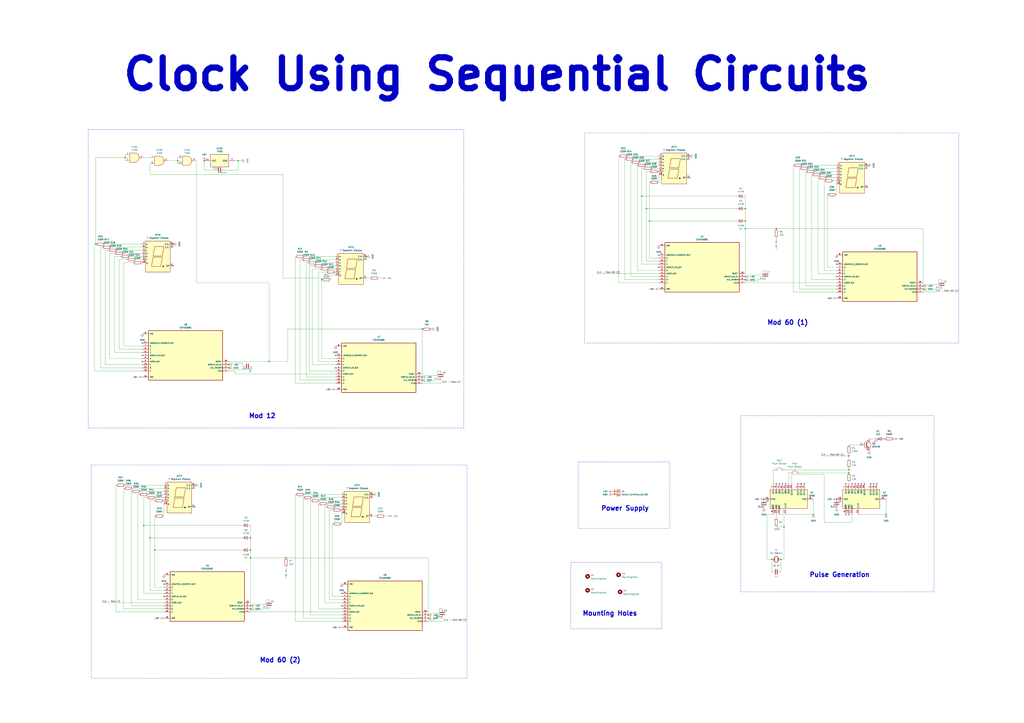
<source format=kicad_sch>
(kicad_sch (version 20250114) (generator "eeschema") (generator_version "9.0")
  (paper "A1")
  (rectangle (start 608.33 341.63) (end 767.08 486.41) (stroke (width 0) (type dash)))
  (rectangle (start 480.06 109.22) (end 787.4 281.94) (stroke (width 0) (type dash)))
  (rectangle (start 74.93 382.27) (end 383.54 557.53) (stroke (width 0) (type dash)))
  (rectangle (start 468.63 462.28) (end 543.56 516.89) (stroke (width 0) (type dash)))
  (rectangle (start 72.39 106.68) (end 381 351.79) (stroke (width 0) (type dash)))
  (rectangle (start 474.98 379.73) (end 549.91 434.34) (stroke (width 0) (type dash)))
  (text "Pulse Generation" (at 689.61 472.44 0) (effects (font (size 3.81 3.81) (thickness 0.762) (bold yes))))
  (text "Mod 60 (1)" (at 646.938 265.176 0) (effects (font (size 3.81 3.81) (thickness 0.762) (bold yes))))
  (text "Power Supply" (at 513.334 417.83 0) (effects (font (size 3.81 3.81) (thickness 0.762) (bold yes))))
  (text "Mounting Holes" (at 500.888 504.19 0) (effects (font (size 3.81 3.81) (thickness 0.762) (bold yes))))
  (text "Clock Using Sequential Circuits" (at 408.178 61.214 0) (effects (font (size 25.4 25.4) (thickness 5.08) (bold yes))))
  (text "Mod 60 (2)" (at 230.124 542.544 0) (effects (font (size 3.81 3.81) (thickness 0.762) (bold yes))))
  (text "Mod 12" (at 215.392 341.884 0) (effects (font (size 3.81 3.81) (thickness 0.762) (bold yes))))
  (junction (at 641.35 459.74))
  (junction (at 533.4 181.61))
  (junction (at 697.23 386.08))
  (junction (at 142.24 200.66))
  (junction (at 612.14 171.45))
  (junction (at 346.71 270.51))
  (junction (at 205.74 497.84))
  (junction (at 758.19 237.49))
  (junction (at 697.23 374.65))
  (junction (at 300.99 210.82))
  (junction (at 264.16 229.87))
  (junction (at 627.38 410.21))
  (junction (at 633.73 459.74))
  (junction (at 205.74 452.12))
  (junction (at 727.71 422.91))
  (junction (at 234.95 458.47))
  (junction (at 346.71 309.88))
  (junction (at 127 452.12))
  (junction (at 530.86 171.45))
  (junction (at 527.05 161.29))
  (junction (at 187.96 302.26))
  (junction (at 566.42 128.27))
  (junction (at 205.74 441.96))
  (junction (at 205.74 500.38))
  (junction (at 306.07 406.4))
  (junction (at 351.79 508))
  (junction (at 346.71 312.42))
  (junction (at 118.11 431.8))
  (junction (at 758.19 234.95))
  (junction (at 167.64 132.08))
  (junction (at 687.07 410.21))
  (junction (at 643.89 433.07))
  (junction (at 195.58 132.08))
  (junction (at 612.14 187.96))
  (junction (at 637.54 187.96))
  (junction (at 146.05 132.08))
  (junction (at 220.98 297.18))
  (junction (at 612.14 229.87))
  (junction (at 697.23 388.62))
  (junction (at 160.02 398.78))
  (junction (at 712.47 135.89))
  (junction (at 78.74 200.66))
  (junction (at 351.79 505.46))
  (junction (at 102.87 129.54))
  (junction (at 668.02 422.91))
  (junction (at 205.74 458.47))
  (junction (at 187.96 299.72))
  (junction (at 123.19 441.96))
  (junction (at 612.14 181.61))
  (junction (at 612.14 227.33))
  (no_connect (at 116.84 281.94))
  (no_connect (at 566.42 146.05))
  (no_connect (at 160.02 416.56))
  (no_connect (at 142.24 218.44))
  (no_connect (at 116.84 297.18))
  (no_connect (at 640.08 397.51))
  (no_connect (at 116.84 292.1))
  (no_connect (at 687.07 227.33))
  (no_connect (at 717.55 397.51))
  (no_connect (at 694.69 397.51))
  (no_connect (at 709.93 397.51))
  (no_connect (at 655.32 397.51))
  (no_connect (at 637.54 397.51))
  (no_connect (at 275.59 302.26))
  (no_connect (at 642.62 397.51))
  (no_connect (at 707.39 397.51))
  (no_connect (at 704.85 397.51))
  (no_connect (at 541.02 209.55))
  (no_connect (at 657.86 397.51))
  (no_connect (at 720.09 397.51))
  (no_connect (at 712.47 153.67))
  (no_connect (at 280.67 487.68))
  (no_connect (at 699.77 397.51))
  (no_connect (at 134.62 490.22))
  (no_connect (at 694.69 422.91))
  (no_connect (at 134.62 480.06))
  (no_connect (at 275.59 292.1))
  (no_connect (at 687.07 217.17))
  (no_connect (at 697.23 422.91))
  (no_connect (at 280.67 497.84))
  (no_connect (at 715.01 397.51))
  (no_connect (at 541.02 219.71))
  (no_connect (at 702.31 397.51))
  (no_connect (at 645.16 397.51))
  (no_connect (at 660.4 397.51))
  (wire (pts (xy 138.43 132.08) (xy 146.05 132.08)))
  (wire (pts (xy 612.14 231.14) (xy 622.3 231.14)))
  (wire (pts (xy 265.43 218.44) (xy 275.59 218.44)))
  (wire (pts (xy 629.92 459.74) (xy 629.92 422.91)))
  (wire (pts (xy 82.55 302.26) (xy 82.55 203.2)))
  (wire (pts (xy 207.01 300.99) (xy 207.01 303.53)))
  (wire (pts (xy 533.4 212.09) (xy 541.02 212.09)))
  (wire (pts (xy 518.16 227.33) (xy 518.16 133.35)))
  (wire (pts (xy 533.4 181.61) (xy 533.4 212.09)))
  (wire (pts (xy 622.3 229.87) (xy 622.3 231.14)))
  (wire (pts (xy 97.79 287.02) (xy 97.79 213.36)))
  (wire (pts (xy 679.45 160.02) (xy 679.45 219.71)))
  (wire (pts (xy 280.67 505.46) (xy 255.27 505.46)))
  (wire (pts (xy 758.19 240.03) (xy 768.35 240.03)))
  (wire (pts (xy 205.74 431.8) (xy 205.74 441.96)))
  (wire (pts (xy 641.35 459.74) (xy 641.35 469.9)))
  (wire (pts (xy 306.07 424.18) (xy 308.61 424.18)))
  (wire (pts (xy 275.59 297.18) (xy 261.62 297.18)))
  (wire (pts (xy 659.13 135.89) (xy 687.07 135.89)))
  (wire (pts (xy 115.57 403.86) (xy 134.62 403.86)))
  (wire (pts (xy 612.14 231.14) (xy 612.14 229.87)))
  (wire (pts (xy 316.23 424.18) (xy 318.77 424.18)))
  (wire (pts (xy 687.07 224.79) (xy 671.83 224.79)))
  (wire (pts (xy 101.6 500.38) (xy 101.6 401.32)))
  (wire (pts (xy 118.11 487.68) (xy 118.11 431.8)))
  (wire (pts (xy 527.05 217.17) (xy 527.05 161.29)))
  (wire (pts (xy 187.96 304.8) (xy 193.04 304.8)))
  (wire (pts (xy 205.74 495.3) (xy 205.74 458.47)))
  (wire (pts (xy 758.19 233.68) (xy 770.89 233.68)))
  (wire (pts (xy 356.87 509.27) (xy 351.79 509.27)))
  (wire (pts (xy 266.7 416.56) (xy 267.97 416.56)))
  (wire (pts (xy 643.89 459.74) (xy 641.35 459.74)))
  (wire (pts (xy 633.73 459.74) (xy 633.73 469.9)))
  (wire (pts (xy 123.19 411.48) (xy 127 411.48)))
  (wire (pts (xy 346.71 307.34) (xy 346.71 270.51)))
  (wire (pts (xy 280.67 490.22) (xy 273.05 490.22)))
  (wire (pts (xy 650.24 397.51) (xy 650.24 389.89)))
  (wire (pts (xy 187.96 297.18) (xy 220.98 297.18)))
  (wire (pts (xy 697.23 384.81) (xy 697.23 386.08)))
  (wire (pts (xy 205.74 496.57) (xy 205.74 497.84)))
  (wire (pts (xy 612.14 232.41) (xy 687.07 232.41)))
  (wire (pts (xy 530.86 171.45) (xy 604.52 171.45)))
  (wire (pts (xy 713.74 360.68) (xy 718.82 360.68)))
  (wire (pts (xy 199.39 300.99) (xy 199.39 298.45)))
  (wire (pts (xy 656.59 237.49) (xy 656.59 138.43)))
  (wire (pts (xy 635 397.51) (xy 635 386.08)))
  (wire (pts (xy 530.86 214.63) (xy 541.02 214.63)))
  (wire (pts (xy 643.89 433.07) (xy 643.89 459.74)))
  (wire (pts (xy 541.02 227.33) (xy 518.16 227.33)))
  (wire (pts (xy 134.62 492.76) (xy 113.03 492.76)))
  (wire (pts (xy 533.4 149.86) (xy 533.4 181.61)))
  (wire (pts (xy 195.58 132.08) (xy 193.04 132.08)))
  (wire (pts (xy 121.92 406.4) (xy 134.62 406.4)))
  (wire (pts (xy 95.25 502.92) (xy 95.25 398.78)))
  (wire (pts (xy 107.95 497.84) (xy 107.95 403.86)))
  (wire (pts (xy 116.84 299.72) (xy 86.36 299.72)))
  (wire (pts (xy 527.05 161.29) (xy 527.05 138.43)))
  (wire (pts (xy 664.21 138.43) (xy 687.07 138.43)))
  (wire (pts (xy 359.41 308.61) (xy 359.41 304.8)))
  (wire (pts (xy 123.19 485.14) (xy 123.19 441.96)))
  (wire (pts (xy 160.02 398.78) (xy 160.02 401.32)))
  (wire (pts (xy 251.46 215.9) (xy 252.73 215.9)))
  (wire (pts (xy 699.77 429.26) (xy 699.77 422.91)))
  (wire (pts (xy 356.87 508) (xy 356.87 509.27)))
  (wire (pts (xy 205.74 458.47) (xy 234.95 458.47)))
  (wire (pts (xy 113.03 492.76) (xy 113.03 406.4)))
  (wire (pts (xy 86.36 200.66) (xy 116.84 200.66)))
  (wire (pts (xy 346.71 313.69) (xy 346.71 312.42)))
  (wire (pts (xy 612.14 187.96) (xy 637.54 187.96)))
  (wire (pts (xy 668.02 410.21) (xy 668.02 422.91)))
  (wire (pts (xy 254 304.8) (xy 254 218.44)))
  (wire (pts (xy 520.7 130.81) (xy 541.02 130.81)))
  (wire (pts (xy 674.37 143.51) (xy 687.07 143.51)))
  (wire (pts (xy 134.62 497.84) (xy 107.95 497.84)))
  (wire (pts (xy 205.74 501.65) (xy 205.74 500.38)))
  (wire (pts (xy 246.38 213.36) (xy 247.65 213.36)))
  (wire (pts (xy 134.62 414.02) (xy 134.62 424.18)))
  (wire (pts (xy 195.58 139.7) (xy 195.58 132.08)))
  (wire (pts (xy 346.71 313.69) (xy 355.6 313.69)))
  (wire (pts (xy 697.23 374.65) (xy 697.23 377.19)))
  (wire (pts (xy 91.44 203.2) (xy 116.84 203.2)))
  (wire (pts (xy 643.89 422.91) (xy 643.89 433.07)))
  (wire (pts (xy 679.45 146.05) (xy 687.07 146.05)))
  (wire (pts (xy 311.15 228.6) (xy 313.69 228.6)))
  (wire (pts (xy 236.22 297.18) (xy 236.22 270.51)))
  (wire (pts (xy 361.95 312.42) (xy 355.6 312.42)))
  (wire (pts (xy 527.05 138.43) (xy 528.32 138.43)))
  (wire (pts (xy 270.51 419.1) (xy 273.05 419.1)))
  (wire (pts (xy 280.67 500.38) (xy 261.62 500.38)))
  (wire (pts (xy 205.74 496.57) (xy 218.44 496.57)))
  (wire (pts (xy 255.27 213.36) (xy 275.59 213.36)))
  (wire (pts (xy 116.84 302.26) (xy 82.55 302.26)))
  (wire (pts (xy 116.84 284.48) (xy 101.6 284.48)))
  (wire (pts (xy 101.6 284.48) (xy 101.6 215.9)))
  (wire (pts (xy 205.74 441.96) (xy 205.74 452.12)))
  (wire (pts (xy 704.85 422.91) (xy 727.71 422.91)))
  (wire (pts (xy 626.11 222.25) (xy 628.65 222.25)))
  (wire (pts (xy 676.91 389.89) (xy 676.91 429.26)))
  (wire (pts (xy 640.08 422.91) (xy 643.89 422.91)))
  (wire (pts (xy 697.23 365.76) (xy 706.12 365.76)))
  (wire (pts (xy 758.19 233.68) (xy 758.19 234.95)))
  (wire (pts (xy 234.95 467.36) (xy 234.95 466.09)))
  (wire (pts (xy 127 424.18) (xy 127 452.12)))
  (wire (pts (xy 530.86 135.89) (xy 541.02 135.89)))
  (wire (pts (xy 205.74 452.12) (xy 205.74 458.47)))
  (wire (pts (xy 207.01 303.53) (xy 187.96 303.53)))
  (wire (pts (xy 758.19 187.96) (xy 758.19 232.41)))
  (wire (pts (xy 161.29 232.41) (xy 220.98 232.41)))
  (wire (pts (xy 123.19 143.51) (xy 123.19 134.62)))
  (wire (pts (xy 128.27 408.94) (xy 134.62 408.94)))
  (wire (pts (xy 220.98 297.18) (xy 236.22 297.18)))
  (wire (pts (xy 671.83 146.05) (xy 671.83 224.79)))
  (wire (pts (xy 351.79 505.46) (xy 351.79 504.19)))
  (wire (pts (xy 254 218.44) (xy 257.81 218.44)))
  (wire (pts (xy 118.11 408.94) (xy 120.65 408.94)))
  (wire (pts (xy 280.67 430.53) (xy 280.67 421.64)))
  (wire (pts (xy 359.41 304.8) (xy 361.95 304.8)))
  (wire (pts (xy 651.51 240.03) (xy 651.51 135.89)))
  (wire (pts (xy 109.22 401.32) (xy 134.62 401.32)))
  (wire (pts (xy 533.4 181.61) (xy 604.52 181.61)))
  (wire (pts (xy 146.05 132.08) (xy 146.05 134.62)))
  (wire (pts (xy 261.62 223.52) (xy 267.97 223.52)))
  (wire (pts (xy 275.59 294.64) (xy 264.16 294.64)))
  (wire (pts (xy 264.16 229.87) (xy 264.16 294.64)))
  (wire (pts (xy 232.41 143.51) (xy 123.19 143.51)))
  (wire (pts (xy 77.47 304.8) (xy 77.47 200.66)))
  (wire (pts (xy 527.05 161.29) (xy 604.52 161.29)))
  (wire (pts (xy 102.87 129.54) (xy 78.74 129.54)))
  (wire (pts (xy 78.74 200.66) (xy 78.74 129.54)))
  (wire (pts (xy 530.86 214.63) (xy 530.86 171.45)))
  (wire (pts (xy 246.38 312.42) (xy 246.38 213.36)))
  (wire (pts (xy 256.54 408.94) (xy 280.67 408.94)))
  (wire (pts (xy 123.19 441.96) (xy 198.12 441.96)))
  (wire (pts (xy 300.99 228.6) (xy 303.53 228.6)))
  (wire (pts (xy 351.79 509.27) (xy 351.79 508)))
  (wire (pts (xy 106.68 210.82) (xy 116.84 210.82)))
  (wire (pts (xy 271.78 226.06) (xy 271.78 229.87)))
  (wire (pts (xy 758.19 238.76) (xy 767.08 238.76)))
  (wire (pts (xy 676.91 148.59) (xy 676.91 222.25)))
  (wire (pts (xy 637.54 433.07) (xy 643.89 433.07)))
  (wire (pts (xy 234.95 458.47) (xy 351.79 458.47)))
  (wire (pts (xy 541.02 229.87) (xy 513.08 229.87)))
  (wire (pts (xy 90.17 294.64) (xy 90.17 208.28)))
  (wire (pts (xy 97.79 213.36) (xy 104.14 213.36)))
  (wire (pts (xy 214.63 500.38) (xy 214.63 501.65)))
  (wire (pts (xy 523.24 222.25) (xy 523.24 135.89)))
  (wire (pts (xy 687.07 237.49) (xy 656.59 237.49)))
  (wire (pts (xy 275.59 299.72) (xy 256.54 299.72)))
  (wire (pts (xy 256.54 299.72) (xy 256.54 220.98)))
  (wire (pts (xy 96.52 205.74) (xy 116.84 205.74)))
  (wire (pts (xy 271.78 226.06) (xy 275.59 226.06)))
  (wire (pts (xy 687.07 240.03) (xy 651.51 240.03)))
  (wire (pts (xy 205.74 501.65) (xy 214.63 501.65)))
  (wire (pts (xy 669.29 140.97) (xy 687.07 140.97)))
  (wire (pts (xy 167.64 139.7) (xy 167.64 132.08)))
  (wire (pts (xy 280.67 510.54) (xy 242.57 510.54)))
  (wire (pts (xy 198.12 132.08) (xy 195.58 132.08)))
  (wire (pts (xy 629.92 422.91) (xy 635 422.91)))
  (wire (pts (xy 612.14 226.06) (xy 612.14 227.33)))
  (wire (pts (xy 687.07 229.87) (xy 666.75 229.87)))
  (wire (pts (xy 93.98 289.56) (xy 93.98 210.82)))
  (wire (pts (xy 118.11 431.8) (xy 118.11 408.94)))
  (wire (pts (xy 637.54 422.91) (xy 637.54 425.45)))
  (wire (pts (xy 218.44 492.76) (xy 220.98 492.76)))
  (wire (pts (xy 280.67 508) (xy 248.92 508)))
  (wire (pts (xy 637.54 195.58) (xy 637.54 196.85)))
  (wire (pts (xy 300.99 210.82) (xy 300.99 213.36)))
  (wire (pts (xy 82.55 203.2) (xy 83.82 203.2)))
  (wire (pts (xy 205.74 502.92) (xy 280.67 502.92)))
  (wire (pts (xy 118.11 129.54) (xy 123.19 129.54)))
  (wire (pts (xy 116.84 294.64) (xy 90.17 294.64)))
  (wire (pts (xy 773.43 237.49) (xy 767.08 237.49)))
  (wire (pts (xy 612.14 161.29) (xy 612.14 171.45)))
  (wire (pts (xy 273.05 430.53) (xy 273.05 490.22)))
  (wire (pts (xy 275.59 314.96) (xy 242.57 314.96)))
  (wire (pts (xy 647.7 397.51) (xy 647.7 388.62)))
  (wire (pts (xy 90.17 208.28) (xy 93.98 208.28)))
  (wire (pts (xy 687.07 219.71) (xy 679.45 219.71)))
  (wire (pts (xy 187.96 298.45) (xy 187.96 299.72)))
  (wire (pts (xy 255.27 505.46) (xy 255.27 411.48)))
  (wire (pts (xy 232.41 228.6) (xy 264.16 228.6)))
  (wire (pts (xy 612.14 181.61) (xy 612.14 187.96)))
  (wire (pts (xy 527.05 217.17) (xy 541.02 217.17)))
  (wire (pts (xy 697.23 386.08) (xy 697.23 388.62)))
  (wire (pts (xy 628.65 229.87) (xy 622.3 229.87)))
  (wire (pts (xy 101.6 208.28) (xy 116.84 208.28)))
  (wire (pts (xy 637.54 187.96) (xy 758.19 187.96)))
  (wire (pts (xy 113.03 406.4) (xy 114.3 406.4)))
  (wire (pts (xy 134.62 485.14) (xy 123.19 485.14)))
  (wire (pts (xy 666.75 229.87) (xy 666.75 143.51)))
  (wire (pts (xy 77.47 200.66) (xy 78.74 200.66)))
  (wire (pts (xy 541.02 232.41) (xy 508 232.41)))
  (wire (pts (xy 134.62 500.38) (xy 101.6 500.38)))
  (wire (pts (xy 280.67 495.3) (xy 266.7 495.3)))
  (wire (pts (xy 250.19 210.82) (xy 275.59 210.82)))
  (wire (pts (xy 676.91 429.26) (xy 699.77 429.26)))
  (wire (pts (xy 134.62 502.92) (xy 95.25 502.92)))
  (wire (pts (xy 280.67 492.76) (xy 270.51 492.76)))
  (wire (pts (xy 535.94 138.43) (xy 541.02 138.43)))
  (wire (pts (xy 256.54 220.98) (xy 262.89 220.98)))
  (wire (pts (xy 612.14 226.06) (xy 626.11 226.06)))
  (wire (pts (xy 116.84 287.02) (xy 97.79 287.02)))
  (wire (pts (xy 264.16 229.87) (xy 264.16 228.6)))
  (wire (pts (xy 187.96 303.53) (xy 187.96 302.26)))
  (wire (pts (xy 242.57 314.96) (xy 242.57 210.82)))
  (wire (pts (xy 270.51 419.1) (xy 270.51 492.76)))
  (wire (pts (xy 102.87 127) (xy 102.87 129.54)))
  (wire (pts (xy 530.86 140.97) (xy 533.4 140.97)))
  (wire (pts (xy 193.04 304.8) (xy 193.04 307.34)))
  (wire (pts (xy 248.92 508) (xy 248.92 408.94)))
  (wire (pts (xy 116.84 289.56) (xy 93.98 289.56)))
  (wire (pts (xy 184.15 139.7) (xy 195.58 139.7)))
  (wire (pts (xy 116.84 304.8) (xy 77.47 304.8)))
  (wire (pts (xy 275.59 312.42) (xy 246.38 312.42)))
  (wire (pts (xy 127 482.6) (xy 134.62 482.6)))
  (wire (pts (xy 242.57 510.54) (xy 242.57 406.4)))
  (wire (pts (xy 687.07 160.02) (xy 687.07 151.13)))
  (wire (pts (xy 541.02 222.25) (xy 523.24 222.25)))
  (wire (pts (xy 261.62 500.38) (xy 261.62 414.02)))
  (wire (pts (xy 193.04 307.34) (xy 275.59 307.34)))
  (wire (pts (xy 102.87 129.54) (xy 102.87 132.08)))
  (wire (pts (xy 513.08 229.87) (xy 513.08 130.81)))
  (wire (pts (xy 712.47 135.89) (xy 712.47 138.43)))
  (wire (pts (xy 612.14 171.45) (xy 612.14 181.61)))
  (wire (pts (xy 633.73 459.74) (xy 629.92 459.74)))
  (wire (pts (xy 275.59 309.88) (xy 251.46 309.88)))
  (wire (pts (xy 262.89 411.48) (xy 280.67 411.48)))
  (wire (pts (xy 645.16 386.08) (xy 697.23 386.08)))
  (wire (pts (xy 250.19 406.4) (xy 280.67 406.4)))
  (wire (pts (xy 697.23 373.38) (xy 697.23 374.65)))
  (wire (pts (xy 351.79 458.47) (xy 351.79 502.92)))
  (wire (pts (xy 612.14 224.79) (xy 612.14 187.96)))
  (wire (pts (xy 269.24 414.02) (xy 280.67 414.02)))
  (wire (pts (xy 657.86 388.62) (xy 697.23 388.62)))
  (wire (pts (xy 360.68 504.19) (xy 360.68 500.38)))
  (wire (pts (xy 770.89 233.68) (xy 770.89 229.87)))
  (wire (pts (xy 176.53 139.7) (xy 167.64 139.7)))
  (wire (pts (xy 220.98 500.38) (xy 214.63 500.38)))
  (wire (pts (xy 346.71 314.96) (xy 363.22 314.96)))
  (wire (pts (xy 767.08 237.49) (xy 767.08 238.76)))
  (wire (pts (xy 490.22 224.79) (xy 541.02 224.79)))
  (wire (pts (xy 127 452.12) (xy 127 482.6)))
  (wire (pts (xy 626.11 226.06) (xy 626.11 222.25)))
  (wire (pts (xy 306.07 406.4) (xy 306.07 408.94)))
  (wire (pts (xy 270.51 220.98) (xy 275.59 220.98)))
  (wire (pts (xy 363.22 508) (xy 356.87 508)))
  (wire (pts (xy 525.78 133.35) (xy 541.02 133.35)))
  (wire (pts (xy 770.89 229.87) (xy 773.43 229.87)))
  (wire (pts (xy 508 232.41) (xy 508 128.27)))
  (wire (pts (xy 123.19 441.96) (xy 123.19 411.48)))
  (wire (pts (xy 530.86 171.45) (xy 530.86 140.97)))
  (wire (pts (xy 355.6 312.42) (xy 355.6 313.69)))
  (wire (pts (xy 697.23 396.24) (xy 697.23 397.51)))
  (wire (pts (xy 220.98 232.41) (xy 220.98 297.18)))
  (wire (pts (xy 351.79 510.54) (xy 364.49 510.54)))
  (wire (pts (xy 161.29 132.08) (xy 161.29 232.41)))
  (wire (pts (xy 86.36 299.72) (xy 86.36 205.74)))
  (wire (pts (xy 102.87 398.78) (xy 134.62 398.78)))
  (wire (pts (xy 83.82 495.3) (xy 134.62 495.3)))
  (wire (pts (xy 346.71 308.61) (xy 346.71 309.88)))
  (wire (pts (xy 515.62 128.27) (xy 541.02 128.27)))
  (wire (pts (xy 684.53 148.59) (xy 687.07 148.59)))
  (wire (pts (xy 351.79 504.19) (xy 360.68 504.19)))
  (wire (pts (xy 645.16 422.91) (xy 668.02 422.91)))
  (wire (pts (xy 232.41 228.6) (xy 232.41 143.51)))
  (wire (pts (xy 275.59 304.8) (xy 254 304.8)))
  (wire (pts (xy 218.44 496.57) (xy 218.44 492.76)))
  (wire (pts (xy 346.71 308.61) (xy 359.41 308.61)))
  (wire (pts (xy 111.76 213.36) (xy 116.84 213.36)))
  (wire (pts (xy 118.11 431.8) (xy 198.12 431.8)))
  (wire (pts (xy 275.59 416.56) (xy 280.67 416.56)))
  (wire (pts (xy 541.02 149.86) (xy 541.02 143.51)))
  (wire (pts (xy 127 452.12) (xy 198.12 452.12)))
  (wire (pts (xy 261.62 297.18) (xy 261.62 223.52)))
  (wire (pts (xy 101.6 215.9) (xy 109.22 215.9)))
  (wire (pts (xy 758.19 238.76) (xy 758.19 237.49)))
  (wire (pts (xy 687.07 234.95) (xy 661.67 234.95)))
  (wire (pts (xy 134.62 487.68) (xy 118.11 487.68)))
  (wire (pts (xy 251.46 309.88) (xy 251.46 215.9)))
  (wire (pts (xy 86.36 205.74) (xy 88.9 205.74)))
  (wire (pts (xy 142.24 200.66) (xy 142.24 203.2)))
  (wire (pts (xy 566.42 128.27) (xy 566.42 130.81)))
  (wire (pts (xy 674.37 374.65) (xy 697.23 374.65)))
  (wire (pts (xy 661.67 234.95) (xy 661.67 140.97)))
  (wire (pts (xy 260.35 215.9) (xy 275.59 215.9)))
  (wire (pts (xy 199.39 298.45) (xy 187.96 298.45)))
  (wire (pts (xy 266.7 416.56) (xy 266.7 495.3)))
  (wire (pts (xy 236.22 270.51) (xy 346.71 270.51)))
  (wire (pts (xy 146.05 129.54) (xy 146.05 132.08)))
  (wire (pts (xy 650.24 389.89) (xy 676.91 389.89)))
  (wire (pts (xy 687.07 222.25) (xy 676.91 222.25)))
  (wire (pts (xy 93.98 210.82) (xy 99.06 210.82)))
  (wire (pts (xy 727.71 410.21) (xy 727.71 422.91)))
  (wire (pts (xy 360.68 500.38) (xy 363.22 500.38)))
  (label "CLK - Mod-60 (2)" (at 490.22 224.79 0))
  (label "CLK - Mod-60 (1)" (at 768.35 240.03 0))
  (label "CLK - Mod-12" (at 363.22 314.96 0))
  (label "CLK - Mod-60 (1)" (at 674.37 374.65 0))
  (label "CLK - Mod-12" (at 83.82 495.3 0))
  (label "CLK - Mod-60 (2)" (at 364.49 510.54 0))
  (symbol (lib_id "power:+6V") (at 637.54 196.85 180) (unit 1)
    (property "Reference" "#PWR017" (effects (hide yes)))
    (property "Value" "+6V" (at 637.5399 200.66 90) (effects (justify left)))
    (property "Description" "Power symbol creates a global label with name \"+6V\"" (effects (hide yes)))
  )
  (symbol (lib_id "Device:Crystal") (at 637.54 459.74 0) (unit 1)
    (property "Reference" "Y1" (at 637.54 452.12 0))
    (property "Value" "32.768kHz" (at 637.54 454.66 0))
    (property "Footprint" "Crystal:Crystal_DS10_D1.0mm_L4.3mm_Vertical" (effects (hide yes)))
    (property "Description" "Two pin crystal" (effects (hide yes)))
  )
  (symbol (lib_id "Device:R") (at 105.41 401.32 90) (unit 1)
    (property "Reference" "R38" (at 105.41 394.97 90))
    (property "Value" "330R" (at 105.41 397.51 90))
    (property "Footprint" "Resistor_SMD:R_0805_2012Metric_Pad1.20x1.40mm_HandSolder" (effects (hide yes)))
    (property "Description" "Resistor" (effects (hide yes)))
  )
  (symbol (lib_id "Device:R") (at 276.86 419.1 90) (unit 1)
    (property "Reference" "R49" (at 276.86 412.75 90))
    (property "Value" "330R" (at 276.86 415.29 90))
    (property "Footprint" "Resistor_SMD:R_0805_2012Metric_Pad1.20x1.40mm_HandSolder" (effects (hide yes)))
    (property "Description" "Resistor" (effects (hide yes)))
  )
  (symbol (lib_id "CD4026BE:CD4026BE") (at 311.15 302.26 180) (unit 1)
    (property "Reference" "U7" (at 311.15 276.86 0))
    (property "Value" "CD4026BE" (at 311.15 279.4 0))
    (property "Footprint" "Package_DIP:DIP-16_W7.62mm_LongPads" (effects (hide yes)))
    (property "MF" "Texas Instruments" (effects (hide yes)))
    (property "Description_1" "CMOS Decade Counter/Divider with Decoded 7-Segment Display Outputs and Display Enable" (effects (hide yes)))
    (property "Package" "PDIP-16 Texas Instruments" (effects (hide yes)))
    (property "Price" "None" (effects (hide yes)))
    (property "SnapEDA_Link" "https://www.snapeda.com/parts/CD4026BE/Texas+Instruments/view-part/?ref=snap" (effects (hide yes)))
    (property "MP" "CD4026BE" (effects (hide yes)))
    (property "Availability" "In Stock" (effects (hide yes)))
    (property "Check_prices" "https://www.snapeda.com/parts/CD4026BE/Texas+Instruments/view-part/?ref=eda" (effects (hide yes)))
  )
  (symbol (lib_id "power:GND") (at 275.59 284.48 0) (unit 1)
    (property "Reference" "#PWR029" (effects (hide yes)))
    (property "Value" "GND" (at 275.59 289.56 0))
    (property "Description" "Power symbol creates a global label with name \"GND\" , ground" (effects (hide yes)))
  )
  (symbol (lib_id "power:GND") (at 668.02 422.91 0) (unit 1)
    (property "Reference" "#PWR03" (effects (hide yes)))
    (property "Value" "GND" (at 668.02 427.99 0))
    (property "Description" "Power symbol creates a global label with name \"GND\" , ground" (effects (hide yes)))
  )
  (symbol (lib_id "Device:C") (at 637.54 469.9 90) (unit 1)
    (property "Reference" "C1" (at 637.54 473.71 90))
    (property "Value" "30 pF" (at 637.54 464.82 90))
    (property "Footprint" "Capacitor_SMD:C_0805_2012Metric_Pad1.18x1.45mm_HandSolder" (effects (hide yes)))
    (property "Description" "Unpolarized capacitor" (effects (hide yes)))
  )
  (symbol (lib_id "Device:C") (at 180.34 139.7 90) (unit 1)
    (property "Reference" "C10" (at 179.07 138.43 90) (effects (justify left)))
    (property "Value" "0.1u" (at 185.928 141.732 90) (effects (justify left)))
    (property "Footprint" "Capacitor_SMD:C_0805_2012Metric_Pad1.18x1.45mm_HandSolder" (effects (hide yes)))
    (property "Description" "Unpolarized capacitor" (effects (hide yes)))
  )
  (symbol (lib_id "power:GND") (at 713.74 370.84 0) (unit 1)
    (property "Reference" "#PWR05" (effects (hide yes)))
    (property "Value" "GND" (at 713.74 375.92 0))
    (property "Description" "Power symbol creates a global label with name \"GND\" , ground" (effects (hide yes)))
  )
  (symbol (lib_id "power:GND") (at 346.71 312.42 90) (unit 1)
    (property "Reference" "#PWR034" (effects (hide yes)))
    (property "Value" "GND" (at 350.52 312.4199 90) (effects (justify right)))
    (property "Description" "Power symbol creates a global label with name \"GND\" , ground" (effects (hide yes)))
  )
  (symbol (lib_id "Device:R") (at 312.42 424.18 90) (unit 1)
    (property "Reference" "R52" (at 312.42 417.83 90))
    (property "Value" "330R" (at 312.42 420.37 90))
    (property "Footprint" "Resistor_SMD:R_0805_2012Metric_Pad1.20x1.40mm_HandSolder" (effects (hide yes)))
    (property "Description" "Resistor" (effects (hide yes)))
  )
  (symbol (lib_id "Device:C") (at 773.43 233.68 0) (unit 1)
    (property "Reference" "C6" (at 774.7 231.394 0) (effects (justify left)))
    (property "Value" "0.1u" (at 768.604 235.966 0) (effects (justify left)))
    (property "Footprint" "Capacitor_SMD:C_0805_2012Metric_Pad1.18x1.45mm_HandSolder" (effects (hide yes)))
    (property "Description" "Unpolarized capacitor" (effects (hide yes)))
  )
  (symbol (lib_id "Mechanical:MountingHole") (at 509.27 486.41 0) (unit 1)
    (property "Reference" "H4" (at 511.81 485.5015 0) (effects (justify left)))
    (property "Value" "MountingHole" (at 511.81 488.2766 0) (effects (justify left)))
    (property "Footprint" "MountingHole:MountingHole_3.2mm_M3" (effects (hide yes)))
  )
  (symbol (lib_id "4xxx:4060") (at 647.7 410.21 90) (unit 1)
    (property "Reference" "U1" (at 666.75 404.7646 90))
    (property "Value" "4060" (at 666.75 407.3046 90))
    (property "Footprint" "Package_DIP:DIP-16_W7.62mm_LongPads" (effects (hide yes)))
    (property "Datasheet" "https://www.st.com/resource/en/datasheet/m74hc4060.pdf" (effects (hide yes)))
    (property "Description" "Binary counter (14-stages) and oscillator" (effects (hide yes)))
  )
  (symbol (lib_id "power:GND") (at 205.74 500.38 90) (unit 1)
    (property "Reference" "#PWR023" (effects (hide yes)))
    (property "Value" "GND" (at 209.55 500.3799 90) (effects (justify right)))
    (property "Description" "Power symbol creates a global label with name \"GND\" , ground" (effects (hide yes)))
  )
  (symbol (lib_id "Device:R") (at 256.54 215.9 90) (unit 1)
    (property "Reference" "R10" (at 256.54 209.55 90))
    (property "Value" "330R" (at 256.54 212.09 90))
    (property "Footprint" "Resistor_SMD:R_0805_2012Metric_Pad1.20x1.40mm_HandSolder" (effects (hide yes)))
    (property "Description" "Resistor" (effects (hide yes)))
  )
  (symbol (lib_id "Display_Character:LTS-6980HR") (at 293.37 416.56 0) (unit 1)
    (property "Reference" "AFF4" (at 293.37 398.78 0))
    (property "Value" "7 Segment Display" (at 293.37 401.32 0))
    (property "Footprint" "Display_7Segment:7SegmentLED_LTS6760_LTS6780" (effects (hide yes)))
    (property "Datasheet" "http://datasheet.octopart.com/LTS-6960HR-Lite-On-datasheet-11803242.pdf" (effects (hide yes)))
    (property "Description" "DISPLAY 7 SEGMENTS common K, high efficient red" (effects (hide yes)))
  )
  (symbol (lib_id "Device:R") (at 97.79 208.28 90) (unit 1)
    (property "Reference" "R19" (at 97.79 201.93 90))
    (property "Value" "330R" (at 97.79 204.47 90))
    (property "Footprint" "Resistor_SMD:R_0805_2012Metric_Pad1.20x1.40mm_HandSolder" (effects (hide yes)))
    (property "Description" "Resistor" (effects (hide yes)))
  )
  (symbol (lib_id "Device:R") (at 637.54 191.77 180) (unit 1)
    (property "Reference" "R6" (at 640.08 190.4999 0) (effects (justify right)))
    (property "Value" "10k" (at 640.08 193.0399 0) (effects (justify right)))
    (property "Footprint" "Resistor_SMD:R_0805_2012Metric_Pad1.20x1.40mm_HandSolder" (effects (hide yes)))
    (property "Description" "Resistor" (effects (hide yes)))
  )
  (symbol (lib_id "Device:R") (at 267.97 229.87 270) (unit 1)
    (property "Reference" "R15" (at 267.97 225.806 90))
    (property "Value" "330R" (at 267.97 227.584 90))
    (property "Footprint" "Resistor_SMD:R_0805_2012Metric_Pad1.20x1.40mm_HandSolder" (effects (hide yes)))
    (property "Description" "Resistor" (effects (hide yes)))
  )
  (symbol (lib_id "Device:R") (at 655.32 135.89 90) (unit 1)
    (property "Reference" "R30" (at 655.32 129.54 90))
    (property "Value" "330R" (at 655.32 132.08 90))
    (property "Footprint" "Resistor_SMD:R_0805_2012Metric_Pad1.20x1.40mm_HandSolder" (effects (hide yes)))
    (property "Description" "Resistor" (effects (hide yes)))
  )
  (symbol (lib_id "Connector:Screw_Terminal_01x02") (at 508 403.86 0) (unit 1)
    (property "Reference" "J1" (at 510.54 403.8599 0) (effects (justify left)))
    (property "Value" "Screw_Terminal_01x02" (at 510.54 406.3999 0) (effects (justify left)))
    (property "Footprint" "TerminalBlock_Phoenix:TerminalBlock_Phoenix_PT-1,5-2-5.0-H_1x02_P5.00mm_Horizontal" (effects (hide yes)))
    (property "Description" "Generic screw terminal, single row, 01x02, script generated (kicad-library-utils/schlib/autogen/connector/)" (effects (hide yes)))
  )
  (symbol (lib_id "Device:LED") (at 722.63 360.68 0) (unit 1)
    (property "Reference" "D1" (at 721.0425 354.33 0))
    (property "Value" "LED" (at 721.0425 356.87 0))
    (property "Footprint" "LED_SMD:LED_0805_2012Metric_Pad1.15x1.40mm_HandSolder" (effects (hide yes)))
    (property "Description" "Light emitting diode" (effects (hide yes)))
    (property "Sim.Pins" "1=K 2=A" (effects (hide yes)))
  )
  (symbol (lib_id "power:GND") (at 351.79 508 90) (unit 1)
    (property "Reference" "#PWR028" (effects (hide yes)))
    (property "Value" "GND" (at 355.6 507.9999 90) (effects (justify right)))
    (property "Description" "Power symbol creates a global label with name \"GND\" , ground" (effects (hide yes)))
  )
  (symbol (lib_id "Device:C") (at 628.65 226.06 0) (unit 1)
    (property "Reference" "C7" (at 629.92 223.774 0) (effects (justify left)))
    (property "Value" "0.1u" (at 623.824 228.346 0) (effects (justify left)))
    (property "Footprint" "Capacitor_SMD:C_0805_2012Metric_Pad1.18x1.45mm_HandSolder" (effects (hide yes)))
    (property "Description" "Unpolarized capacitor" (effects (hide yes)))
  )
  (symbol (lib_id "Device:R") (at 697.23 381 0) (unit 1)
    (property "Reference" "R3" (at 699.77 379.7299 0) (effects (justify left)))
    (property "Value" "10k" (at 699.77 382.2699 0) (effects (justify left)))
    (property "Footprint" "Resistor_SMD:R_0805_2012Metric_Pad1.20x1.40mm_HandSolder" (effects (hide yes)))
    (property "Description" "Resistor" (effects (hide yes)))
  )
  (symbol (lib_id "Device:R") (at 521.97 133.35 90) (unit 1)
    (property "Reference" "R25" (at 521.97 127 90))
    (property "Value" "330R" (at 521.97 129.54 90))
    (property "Footprint" "Resistor_SMD:R_0805_2012Metric_Pad1.20x1.40mm_HandSolder" (effects (hide yes)))
    (property "Description" "Resistor" (effects (hide yes)))
  )
  (symbol (lib_id "Device:R") (at 251.46 213.36 90) (unit 1)
    (property "Reference" "R9" (at 251.46 207.01 90))
    (property "Value" "330R" (at 251.46 209.55 90))
    (property "Footprint" "Resistor_SMD:R_0805_2012Metric_Pad1.20x1.40mm_HandSolder" (effects (hide yes)))
    (property "Description" "Resistor" (effects (hide yes)))
  )
  (symbol (lib_id "Device:R") (at 637.54 429.26 180) (unit 1)
    (property "Reference" "R1" (at 639.826 429.26 0) (effects (justify right)))
    (property "Value" "330k" (at 635.762 434.848 0) (effects (justify right)))
    (property "Footprint" "Resistor_SMD:R_0805_2012Metric_Pad1.20x1.40mm_HandSolder" (effects (hide yes)))
    (property "Description" "Resistor" (effects (hide yes)))
  )
  (symbol (lib_id "Device:R") (at 697.23 369.57 0) (unit 1)
    (property "Reference" "R4" (at 699.77 368.2999 0) (effects (justify left)))
    (property "Value" "100k" (at 699.77 370.8399 0) (effects (justify left)))
    (property "Footprint" "Resistor_SMD:R_0805_2012Metric_Pad1.20x1.40mm_HandSolder" (effects (hide yes)))
    (property "Description" "Resistor" (effects (hide yes)))
  )
  (symbol (lib_id "Device:C") (at 687.07 414.02 0) (unit 1)
    (property "Reference" "C2" (at 688.34 411.734 0) (effects (justify left)))
    (property "Value" "0.1u" (at 682.244 416.306 0) (effects (justify left)))
    (property "Footprint" "Capacitor_SMD:C_0805_2012Metric_Pad1.18x1.45mm_HandSolder" (effects (hide yes)))
    (property "Description" "Unpolarized capacitor" (effects (hide yes)))
  )
  (symbol (lib_id "Device:R") (at 680.72 148.59 90) (unit 1)
    (property "Reference" "R35" (at 680.72 142.24 90))
    (property "Value" "330R" (at 680.72 144.78 90))
    (property "Footprint" "Resistor_SMD:R_0805_2012Metric_Pad1.20x1.40mm_HandSolder" (effects (hide yes)))
    (property "Description" "Resistor" (effects (hide yes)))
  )
  (symbol (lib_id "power:GND") (at 116.84 274.32 0) (unit 1)
    (property "Reference" "#PWR035" (effects (hide yes)))
    (property "Value" "GND" (at 116.84 279.4 0))
    (property "Description" "Power symbol creates a global label with name \"GND\" , ground" (effects (hide yes)))
  )
  (symbol (lib_id "Device:C") (at 361.95 308.61 0) (unit 1)
    (property "Reference" "C8" (at 363.22 306.324 0) (effects (justify left)))
    (property "Value" "0.1u" (at 357.124 310.896 0) (effects (justify left)))
    (property "Footprint" "Capacitor_SMD:C_0805_2012Metric_Pad1.18x1.45mm_HandSolder" (effects (hide yes)))
    (property "Description" "Unpolarized capacitor" (effects (hide yes)))
  )
  (symbol (lib_id "power:GND") (at 727.71 422.91 0) (unit 1)
    (property "Reference" "#PWR04" (effects (hide yes)))
    (property "Value" "GND" (at 727.71 427.99 0))
    (property "Description" "Power symbol creates a global label with name \"GND\" , ground" (effects (hide yes)))
  )
  (symbol (lib_id "Device:D_Zener") (at 201.93 452.12 0) (unit 1)
    (property "Reference" "D7" (at 201.93 458.47 0))
    (property "Value" "4148" (at 201.93 455.93 0))
    (property "Footprint" "Diode_THT:D_DO-35_SOD27_P7.62mm_Horizontal" (effects (hide yes)))
    (property "Description" "Zener diode" (effects (hide yes)))
  )
  (symbol (lib_id "power:+6V") (at 275.59 320.04 90) (unit 1)
    (property "Reference" "#PWR030" (effects (hide yes)))
    (property "Value" "+6V" (at 271.78 320.0399 90) (effects (justify left)))
    (property "Description" "Power symbol creates a global label with name \"+6V\"" (effects (hide yes)))
  )
  (symbol (lib_id "Device:C") (at 203.2 300.99 90) (unit 1)
    (property "Reference" "C9" (at 201.676 302.768 90) (effects (justify left)))
    (property "Value" "0.1u" (at 205.486 305.816 0) (effects (justify left)))
    (property "Footprint" "Capacitor_SMD:C_0805_2012Metric_Pad1.18x1.45mm_HandSolder" (effects (hide yes)))
    (property "Description" "Unpolarized capacitor" (effects (hide yes)))
  )
  (symbol (lib_id "power:GND") (at 502.92 406.4 270) (unit 1)
    (property "Reference" "#PWR043" (effects (hide yes)))
    (property "Value" "GND" (at 499.11 406.3999 90) (effects (justify right)))
    (property "Description" "Power symbol creates a global label with name \"GND\" , ground" (effects (hide yes)))
  )
  (symbol (lib_id "power:+6V") (at 541.02 237.49 90) (unit 1)
    (property "Reference" "#PWR09" (effects (hide yes)))
    (property "Value" "+6V" (at 537.21 237.4899 90) (effects (justify left)))
    (property "Description" "Power symbol creates a global label with name \"+6V\"" (effects (hide yes)))
  )
  (symbol (lib_id "power:GND") (at 187.96 302.26 90) (unit 1)
    (property "Reference" "#PWR040" (effects (hide yes)))
    (property "Value" "GND" (at 191.77 302.2599 90) (effects (justify right)))
    (property "Description" "Power symbol creates a global label with name \"GND\" , ground" (effects (hide yes)))
  )
  (symbol (lib_id "power:GND") (at 134.62 472.44 0) (unit 1)
    (property "Reference" "#PWR018" (effects (hide yes)))
    (property "Value" "GND" (at 134.62 477.52 0))
    (property "Description" "Power symbol creates a global label with name \"GND\" , ground" (effects (hide yes)))
  )
  (symbol (lib_id "power:GND") (at 160.02 398.78 90) (unit 1)
    (property "Reference" "#PWR020" (effects (hide yes)))
    (property "Value" "GND" (at 165.1 398.78 0))
    (property "Description" "Power symbol creates a global label with name \"GND\" , ground" (effects (hide yes)))
  )
  (symbol (lib_id "Device:D_Zener") (at 201.93 431.8 0) (unit 1)
    (property "Reference" "D5" (at 201.93 425.45 0))
    (property "Value" "4148" (at 201.93 427.99 0))
    (property "Footprint" "Diode_THT:D_DO-35_SOD27_P7.62mm_Horizontal" (effects (hide yes)))
    (property "Description" "Zener diode" (effects (hide yes)))
  )
  (symbol (lib_id "74xx:7400") (at 153.67 132.08 0) (unit 3)
    (property "Reference" "U10" (at 153.6617 123.19 0))
    (property "Value" "7400" (at 153.6617 125.73 0))
    (property "Footprint" "Package_DIP:DIP-14_W7.62mm_LongPads" (effects (hide yes)))
    (property "Datasheet" "http://www.ti.com/lit/gpn/sn7400" (effects (hide yes)))
    (property "Description" "quad 2-input NAND gate" (effects (hide yes)))
  )
  (symbol (lib_id "Device:R") (at 532.13 138.43 90) (unit 1)
    (property "Reference" "R27" (at 532.13 132.08 90))
    (property "Value" "330R" (at 532.13 134.62 90))
    (property "Footprint" "Resistor_SMD:R_0805_2012Metric_Pad1.20x1.40mm_HandSolder" (effects (hide yes)))
    (property "Description" "Resistor" (effects (hide yes)))
  )
  (symbol (lib_id "Device:R") (at 527.05 135.89 90) (unit 1)
    (property "Reference" "R26" (at 527.05 129.54 90))
    (property "Value" "330R" (at 527.05 132.08 90))
    (property "Footprint" "Resistor_SMD:R_0805_2012Metric_Pad1.20x1.40mm_HandSolder" (effects (hide yes)))
    (property "Description" "Resistor" (effects (hide yes)))
  )
  (symbol (lib_id "power:+6V") (at 687.07 410.21 90) (unit 1)
    (property "Reference" "#PWR02" (effects (hide yes)))
    (property "Value" "+6V" (at 683.26 410.2099 90) (effects (justify left)))
    (property "Description" "Power symbol creates a global label with name \"+6V\"" (effects (hide yes)))
  )
  (symbol (lib_id "Transistor_BJT:BC548") (at 711.2 365.76 0) (unit 1)
    (property "Reference" "Q2" (at 716.28 364.4899 0) (effects (justify left)))
    (property "Value" "BC548" (at 716.28 367.0299 0) (effects (justify left)))
    (property "Footprint" "Package_TO_SOT_THT:TO-92_Inline" (effects (hide yes)))
    (property "Datasheet" "https://www.onsemi.com/pub/Collateral/BC550-D.pdf" (effects (hide yes)))
    (property "Description" "0.1A Ic, 30V Vce, Small Signal NPN Transistor, TO-92" (effects (hide yes)))
  )
  (symbol (lib_id "Mechanical:MountingHole") (at 508 472.44 0) (unit 1)
    (property "Reference" "H3" (at 510.54 471.5315 0) (effects (justify left)))
    (property "Value" "MountingHole" (at 510.54 474.3066 0) (effects (justify left)))
    (property "Footprint" "MountingHole:MountingHole_3.2mm_M3" (effects (hide yes)))
  )
  (symbol (lib_id "Device:R") (at 271.78 416.56 90) (unit 1)
    (property "Reference" "R48" (at 271.78 410.21 90))
    (property "Value" "330R" (at 271.78 412.75 90))
    (property "Footprint" "Resistor_SMD:R_0805_2012Metric_Pad1.20x1.40mm_HandSolder" (effects (hide yes)))
    (property "Description" "Resistor" (effects (hide yes)))
  )
  (symbol (lib_id "Device:R") (at 87.63 203.2 90) (unit 1)
    (property "Reference" "R17" (at 87.63 196.85 90))
    (property "Value" "330R" (at 87.63 199.39 90))
    (property "Footprint" "Resistor_SMD:R_0805_2012Metric_Pad1.20x1.40mm_HandSolder" (effects (hide yes)))
    (property "Description" "Resistor" (effects (hide yes)))
  )
  (symbol (lib_id "Display_Character:LTS-6980HR") (at 288.29 220.98 0) (unit 1)
    (property "Reference" "AFF5" (at 288.29 203.2 0))
    (property "Value" "7 Segment Display" (at 288.29 205.74 0))
    (property "Footprint" "Display_7Segment:7SegmentLED_LTS6760_LTS6780" (effects (hide yes)))
    (property "Datasheet" "http://datasheet.octopart.com/LTS-6960HR-Lite-On-datasheet-11803242.pdf" (effects (hide yes)))
    (property "Description" "DISPLAY 7 SEGMENTS common K, high efficient red" (effects (hide yes)))
  )
  (symbol (lib_id "Device:R") (at 234.95 462.28 180) (unit 1)
    (property "Reference" "R7" (at 237.49 461.0099 0) (effects (justify right)))
    (property "Value" "10k" (at 237.49 463.5499 0) (effects (justify right)))
    (property "Footprint" "Resistor_SMD:R_0805_2012Metric_Pad1.20x1.40mm_HandSolder" (effects (hide yes)))
    (property "Description" "Resistor" (effects (hide yes)))
  )
  (symbol (lib_id "Device:R") (at 246.38 210.82 270) (unit 1)
    (property "Reference" "R14" (at 246.38 204.47 90))
    (property "Value" "330R" (at 246.38 207.01 90))
    (property "Footprint" "Resistor_SMD:R_0805_2012Metric_Pad1.20x1.40mm_HandSolder" (effects (hide yes)))
    (property "Description" "Resistor" (effects (hide yes)))
  )
  (symbol (lib_id "power:+6V") (at 116.84 309.88 90) (unit 1)
    (property "Reference" "#PWR036" (effects (hide yes)))
    (property "Value" "+6V" (at 113.03 309.8799 90) (effects (justify left)))
    (property "Description" "Power symbol creates a global label with name \"+6V\"" (effects (hide yes)))
  )
  (symbol (lib_id "Device:R") (at 265.43 414.02 90) (unit 1)
    (property "Reference" "R47" (at 265.43 407.67 90))
    (property "Value" "330R" (at 265.43 410.21 90))
    (property "Footprint" "Resistor_SMD:R_0805_2012Metric_Pad1.20x1.40mm_HandSolder" (effects (hide yes)))
    (property "Description" "Resistor" (effects (hide yes)))
  )
  (symbol (lib_id "power:+6V") (at 187.96 299.72 270) (unit 1)
    (property "Reference" "#PWR039" (effects (hide yes)))
    (property "Value" "+6V" (at 191.77 299.7199 90) (effects (justify left)))
    (property "Description" "Power symbol creates a global label with name \"+6V\"" (effects (hide yes)))
  )
  (symbol (lib_id "power:+6V") (at 167.64 132.08 0) (unit 1)
    (property "Reference" "#PWR041" (effects (hide yes)))
    (property "Value" "+6V" (at 167.64 127 0))
    (property "Description" "Power symbol creates a global label with name \"+6V\"" (effects (hide yes)))
  )
  (symbol (lib_id "power:GND") (at 198.12 132.08 90) (unit 1)
    (property "Reference" "#PWR038" (effects (hide yes)))
    (property "Value" "GND" (at 203.2 132.08 0))
    (property "Description" "Power symbol creates a global label with name \"GND\" , ground" (effects (hide yes)))
  )
  (symbol (lib_id "Device:D_Zener") (at 608.33 161.29 0) (unit 1)
    (property "Reference" "D2" (at 608.33 154.94 0))
    (property "Value" "4148" (at 608.33 157.48 0))
    (property "Footprint" "Diode_THT:D_DO-35_SOD27_P7.62mm_Horizontal" (effects (hide yes)))
    (property "Description" "Zener diode" (effects (hide yes)))
  )
  (symbol (lib_id "Device:R") (at 670.56 143.51 90) (unit 1)
    (property "Reference" "R33" (at 670.56 137.16 90))
    (property "Value" "330R" (at 670.56 139.7 90))
    (property "Footprint" "Resistor_SMD:R_0805_2012Metric_Pad1.20x1.40mm_HandSolder" (effects (hide yes)))
    (property "Description" "Resistor" (effects (hide yes)))
  )
  (symbol (lib_id "Device:R") (at 82.55 200.66 90) (unit 1)
    (property "Reference" "R16" (at 82.55 194.31 90))
    (property "Value" "330R" (at 82.55 196.85 90))
    (property "Footprint" "Resistor_SMD:R_0805_2012Metric_Pad1.20x1.40mm_HandSolder" (effects (hide yes)))
    (property "Description" "Resistor" (effects (hide yes)))
  )
  (symbol (lib_id "Device:R") (at 271.78 223.52 90) (unit 1)
    (property "Reference" "R13" (at 271.78 217.17 90))
    (property "Value" "330R" (at 271.78 219.71 90))
    (property "Footprint" "Resistor_SMD:R_0805_2012Metric_Pad1.20x1.40mm_HandSolder" (effects (hide yes)))
    (property "Description" "Resistor" (effects (hide yes)))
  )
  (symbol (lib_id "CD4026BE:CD4026BE") (at 722.63 227.33 180) (unit 1)
    (property "Reference" "U3" (at 722.63 201.93 0))
    (property "Value" "CD4026BE" (at 722.63 204.47 0))
    (property "Footprint" "Package_DIP:DIP-16_W7.62mm_LongPads" (effects (hide yes)))
    (property "MF" "Texas Instruments" (effects (hide yes)))
    (property "Description_1" "CMOS Decade Counter/Divider with Decoded 7-Segment Display Outputs and Display Enable" (effects (hide yes)))
    (property "Package" "PDIP-16 Texas Instruments" (effects (hide yes)))
    (property "Price" "None" (effects (hide yes)))
    (property "SnapEDA_Link" "https://www.snapeda.com/parts/CD4026BE/Texas+Instruments/view-part/?ref=snap" (effects (hide yes)))
    (property "MP" "CD4026BE" (effects (hide yes)))
    (property "Availability" "In Stock" (effects (hide yes)))
    (property "Check_prices" "https://www.snapeda.com/parts/CD4026BE/Texas+Instruments/view-part/?ref=eda" (effects (hide yes)))
  )
  (symbol (lib_id "power:+6V") (at 313.69 228.6 270) (unit 1)
    (property "Reference" "#PWR044" (effects (hide yes)))
    (property "Value" "+6V" (at 317.5 228.5999 90) (effects (justify left)))
    (property "Description" "Power symbol creates a global label with name \"+6V\"" (effects (hide yes)))
  )
  (symbol (lib_id "Device:R") (at 102.87 210.82 90) (unit 1)
    (property "Reference" "R20" (at 102.87 204.47 90))
    (property "Value" "330R" (at 102.87 207.01 90))
    (property "Footprint" "Resistor_SMD:R_0805_2012Metric_Pad1.20x1.40mm_HandSolder" (effects (hide yes)))
    (property "Description" "Resistor" (effects (hide yes)))
  )
  (symbol (lib_id "Mechanical:MountingHole") (at 482.6 473.71 0) (unit 1)
    (property "Reference" "H1" (at 485.14 472.8015 0) (effects (justify left)))
    (property "Value" "MountingHole" (at 485.14 475.5766 0) (effects (justify left)))
    (property "Footprint" "MountingHole:MountingHole_3.2mm_M3" (effects (hide yes)))
  )
  (symbol (lib_id "CD4026BE:CD4026BE") (at 316.23 497.84 180) (unit 1)
    (property "Reference" "U6" (at 316.23 472.44 0))
    (property "Value" "CD4026BE" (at 316.23 474.98 0))
    (property "Footprint" "Package_DIP:DIP-16_W7.62mm_LongPads" (effects (hide yes)))
    (property "MF" "Texas Instruments" (effects (hide yes)))
    (property "Description_1" "CMOS Decade Counter/Divider with Decoded 7-Segment Display Outputs and Display Enable" (effects (hide yes)))
    (property "Package" "PDIP-16 Texas Instruments" (effects (hide yes)))
    (property "Price" "None" (effects (hide yes)))
    (property "SnapEDA_Link" "https://www.snapeda.com/parts/CD4026BE/Texas+Instruments/view-part/?ref=snap" (effects (hide yes)))
    (property "MP" "CD4026BE" (effects (hide yes)))
    (property "Availability" "In Stock" (effects (hide yes)))
    (property "Check_prices" "https://www.snapeda.com/parts/CD4026BE/Texas+Instruments/view-part/?ref=eda" (effects (hide yes)))
  )
  (symbol (lib_id "Device:C") (at 363.22 504.19 0) (unit 1)
    (property "Reference" "C4" (at 364.49 501.904 0) (effects (justify left)))
    (property "Value" "0.1u" (at 358.394 506.476 0) (effects (justify left)))
    (property "Footprint" "Capacitor_SMD:C_0805_2012Metric_Pad1.18x1.45mm_HandSolder" (effects (hide yes)))
    (property "Description" "Unpolarized capacitor" (effects (hide yes)))
  )
  (symbol (lib_id "Device:R") (at 697.23 392.43 0) (unit 1)
    (property "Reference" "R2" (at 699.77 391.1599 0) (effects (justify left)))
    (property "Value" "10k" (at 699.77 393.6999 0) (effects (justify left)))
    (property "Footprint" "Resistor_SMD:R_0805_2012Metric_Pad1.20x1.40mm_HandSolder" (effects (hide yes)))
    (property "Description" "Resistor" (effects (hide yes)))
  )
  (symbol (lib_id "power:+6V") (at 280.67 515.62 90) (unit 1)
    (property "Reference" "#PWR025" (effects (hide yes)))
    (property "Value" "+6V" (at 276.86 515.6199 90) (effects (justify left)))
    (property "Description" "Power symbol creates a global label with name \"+6V\"" (effects (hide yes)))
  )
  (symbol (lib_id "power:+6V") (at 758.19 234.95 270) (unit 1)
    (property "Reference" "#PWR07" (effects (hide yes)))
    (property "Value" "+6V" (at 762 234.9499 90) (effects (justify left)))
    (property "Description" "Power symbol creates a global label with name \"+6V\"" (effects (hide yes)))
  )
  (symbol (lib_id "power:+6V") (at 205.74 497.84 270) (unit 1)
    (property "Reference" "#PWR022" (effects (hide yes)))
    (property "Value" "+6V" (at 209.55 497.8399 90) (effects (justify left)))
    (property "Description" "Power symbol creates a global label with name \"+6V\"" (effects (hide yes)))
  )
  (symbol (lib_id "Device:R") (at 683.26 160.02 90) (unit 1)
    (property "Reference" "R36" (at 683.26 153.67 90))
    (property "Value" "330R" (at 683.26 156.21 90))
    (property "Footprint" "Resistor_SMD:R_0805_2012Metric_Pad1.20x1.40mm_HandSolder" (effects (hide yes)))
    (property "Description" "Resistor" (effects (hide yes)))
  )
  (symbol (lib_id "power:GND") (at 627.38 417.83 0) (unit 1)
    (property "Reference" "#PWR047" (effects (hide yes)))
    (property "Value" "GND" (at 627.38 422.91 0))
    (property "Description" "Power symbol creates a global label with name \"GND\" , ground" (effects (hide yes)))
  )
  (symbol (lib_id "power:+6V") (at 234.95 467.36 180) (unit 1)
    (property "Reference" "#PWR021" (effects (hide yes)))
    (property "Value" "+6V" (at 234.9499 471.17 90) (effects (justify left)))
    (property "Description" "Power symbol creates a global label with name \"+6V\"" (effects (hide yes)))
  )
  (symbol (lib_id "Device:R") (at 516.89 130.81 90) (unit 1)
    (property "Reference" "R24" (at 516.89 124.46 90))
    (property "Value" "330R" (at 516.89 127 90))
    (property "Footprint" "Resistor_SMD:R_0805_2012Metric_Pad1.20x1.40mm_HandSolder" (effects (hide yes)))
    (property "Description" "Resistor" (effects (hide yes)))
  )
  (symbol (lib_id "Device:R") (at 537.21 140.97 90) (unit 1)
    (property "Reference" "R28" (at 537.21 134.62 90))
    (property "Value" "330R" (at 537.21 137.16 90))
    (property "Footprint" "Resistor_SMD:R_0805_2012Metric_Pad1.20x1.40mm_HandSolder" (effects (hide yes)))
    (property "Description" "Resistor" (effects (hide yes)))
  )
  (symbol (lib_id "power:GND") (at 612.14 229.87 90) (unit 1)
    (property "Reference" "#PWR011" (effects (hide yes)))
    (property "Value" "GND" (at 615.95 229.8699 90) (effects (justify right)))
    (property "Description" "Power symbol creates a global label with name \"GND\" , ground" (effects (hide yes)))
  )
  (symbol (lib_id "74xx:7400") (at 180.34 132.08 90) (unit 5)
    (property "Reference" "U10" (at 180.34 121.92 90))
    (property "Value" "7400" (at 180.34 124.46 90))
    (property "Footprint" "Package_DIP:DIP-14_W7.62mm_LongPads" (effects (hide yes)))
    (property "Datasheet" "http://www.ti.com/lit/gpn/sn7400" (effects (hide yes)))
    (property "Description" "quad 2-input NAND gate" (effects (hide yes)))
  )
  (symbol (lib_id "Display_Character:LTS-6980HR") (at 129.54 210.82 0) (unit 1)
    (property "Reference" "AFF6" (at 129.54 193.04 0))
    (property "Value" "7 Segment Display" (at 129.54 195.58 0))
    (property "Footprint" "Display_7Segment:7SegmentLED_LTS6760_LTS6780" (effects (hide yes)))
    (property "Datasheet" "http://datasheet.octopart.com/LTS-6960HR-Lite-On-datasheet-11803242.pdf" (effects (hide yes)))
    (property "Description" "DISPLAY 7 SEGMENTS common K, high efficient red" (effects (hide yes)))
  )
  (symbol (lib_id "power:+6V") (at 612.14 227.33 270) (unit 1)
    (property "Reference" "#PWR010" (effects (hide yes)))
    (property "Value" "+6V" (at 615.95 227.3299 90) (effects (justify left)))
    (property "Description" "Power symbol creates a global label with name \"+6V\"" (effects (hide yes)))
  )
  (symbol (lib_id "power:+6V") (at 346.71 309.88 270) (unit 1)
    (property "Reference" "#PWR033" (effects (hide yes)))
    (property "Value" "+6V" (at 350.52 309.8799 90) (effects (justify left)))
    (property "Description" "Power symbol creates a global label with name \"+6V\"" (effects (hide yes)))
  )
  (symbol (lib_id "Device:R") (at 665.48 140.97 90) (unit 1)
    (property "Reference" "R32" (at 665.48 134.62 90))
    (property "Value" "330R" (at 665.48 137.16 90))
    (property "Footprint" "Resistor_SMD:R_0805_2012Metric_Pad1.20x1.40mm_HandSolder" (effects (hide yes)))
    (property "Description" "Resistor" (effects (hide yes)))
  )
  (symbol (lib_id "power:GND") (at 300.99 210.82 90) (unit 1)
    (property "Reference" "#PWR031" (effects (hide yes)))
    (property "Value" "GND" (at 306.07 210.82 0))
    (property "Description" "Power symbol creates a global label with name \"GND\" , ground" (effects (hide yes)))
  )
  (symbol (lib_id "power:GND") (at 541.02 201.93 0) (unit 1)
    (property "Reference" "#PWR012" (effects (hide yes)))
    (property "Value" "GND" (at 541.02 207.01 0))
    (property "Description" "Power symbol creates a global label with name \"GND\" , ground" (effects (hide yes)))
  )
  (symbol (lib_id "Device:R") (at 276.86 430.53 90) (unit 1)
    (property "Reference" "R50" (at 276.86 424.18 90))
    (property "Value" "330R" (at 276.86 426.72 90))
    (property "Footprint" "Resistor_SMD:R_0805_2012Metric_Pad1.20x1.40mm_HandSolder" (effects (hide yes)))
    (property "Description" "Resistor" (effects (hide yes)))
  )
  (symbol (lib_id "Device:C") (at 627.38 414.02 0) (unit 1)
    (property "Reference" "C3" (at 628.65 411.734 0) (effects (justify left)))
    (property "Value" "0.1u" (at 622.554 416.306 0) (effects (justify left)))
    (property "Footprint" "Capacitor_SMD:C_0805_2012Metric_Pad1.18x1.45mm_HandSolder" (effects (hide yes)))
    (property "Description" "Unpolarized capacitor" (effects (hide yes)))
  )
  (symbol (lib_id "Device:R") (at 111.76 403.86 90) (unit 1)
    (property "Reference" "R39" (at 111.76 397.51 90))
    (property "Value" "330R" (at 111.76 400.05 90))
    (property "Footprint" "Resistor_SMD:R_0805_2012Metric_Pad1.20x1.40mm_HandSolder" (effects (hide yes)))
    (property "Description" "Resistor" (effects (hide yes)))
  )
  (symbol (lib_id "Device:D_Zener") (at 608.33 181.61 0) (unit 1)
    (property "Reference" "D4" (at 608.33 187.96 0))
    (property "Value" "4148" (at 608.33 185.42 0))
    (property "Footprint" "Diode_THT:D_DO-35_SOD27_P7.62mm_Horizontal" (effects (hide yes)))
    (property "Description" "Zener diode" (effects (hide yes)))
  )
  (symbol (lib_id "power:GND") (at 758.19 237.49 90) (unit 1)
    (property "Reference" "#PWR014" (effects (hide yes)))
    (property "Value" "GND" (at 762 237.4899 90) (effects (justify right)))
    (property "Description" "Power symbol creates a global label with name \"GND\" , ground" (effects (hide yes)))
  )
  (symbol (lib_id "Device:R") (at 113.03 215.9 90) (unit 1)
    (property "Reference" "R22" (at 113.03 209.55 90))
    (property "Value" "330R" (at 113.03 212.09 90))
    (property "Footprint" "Resistor_SMD:R_0805_2012Metric_Pad1.20x1.40mm_HandSolder" (effects (hide yes)))
    (property "Description" "Resistor" (effects (hide yes)))
  )
  (symbol (lib_id "power:GND") (at 354.33 270.51 90) (unit 1)
    (property "Reference" "#PWR032" (effects (hide yes)))
    (property "Value" "GND" (at 359.41 270.51 0))
    (property "Description" "Power symbol creates a global label with name \"GND\" , ground" (effects (hide yes)))
  )
  (symbol (lib_id "Device:R") (at 307.34 228.6 90) (unit 1)
    (property "Reference" "R51" (at 307.34 222.25 90))
    (property "Value" "330R" (at 307.34 224.79 90))
    (property "Footprint" "Resistor_SMD:R_0805_2012Metric_Pad1.20x1.40mm_HandSolder" (effects (hide yes)))
    (property "Description" "Resistor" (effects (hide yes)))
  )
  (symbol (lib_id "power:+6V") (at 351.79 505.46 270) (unit 1)
    (property "Reference" "#PWR027" (effects (hide yes)))
    (property "Value" "+6V" (at 355.6 505.4599 90) (effects (justify left)))
    (property "Description" "Power symbol creates a global label with name \"+6V\"" (effects (hide yes)))
  )
  (symbol (lib_id "power:GND") (at 712.47 135.89 90) (unit 1)
    (property "Reference" "#PWR015" (effects (hide yes)))
    (property "Value" "GND" (at 717.55 135.89 0))
    (property "Description" "Power symbol creates a global label with name \"GND\" , ground" (effects (hide yes)))
  )
  (symbol (lib_id "power:+6V") (at 318.77 424.18 270) (unit 1)
    (property "Reference" "#PWR045" (effects (hide yes)))
    (property "Value" "+6V" (at 322.58 424.1799 90) (effects (justify left)))
    (property "Description" "Power symbol creates a global label with name \"+6V\"" (effects (hide yes)))
  )
  (symbol (lib_id "Device:R") (at 511.81 128.27 90) (unit 1)
    (property "Reference" "R23" (at 511.81 121.92 90))
    (property "Value" "330R" (at 511.81 124.46 90))
    (property "Footprint" "Resistor_SMD:R_0805_2012Metric_Pad1.20x1.40mm_HandSolder" (effects (hide yes)))
    (property "Description" "Resistor" (effects (hide yes)))
  )
  (symbol (lib_id "Device:R") (at 130.81 424.18 90) (unit 1)
    (property "Reference" "R43" (at 130.81 417.83 90))
    (property "Value" "330R" (at 130.81 420.37 90))
    (property "Footprint" "Resistor_SMD:R_0805_2012Metric_Pad1.20x1.40mm_HandSolder" (effects (hide yes)))
    (property "Description" "Resistor" (effects (hide yes)))
  )
  (symbol (lib_id "Device:R") (at 730.25 360.68 90) (unit 1)
    (property "Reference" "R5" (at 730.25 354.33 90))
    (property "Value" "330R" (at 730.25 356.87 90))
    (property "Footprint" "Resistor_SMD:R_0805_2012Metric_Pad1.20x1.40mm_HandSolder" (effects (hide yes)))
    (property "Description" "Resistor" (effects (hide yes)))
  )
  (symbol (lib_id "power:+6V") (at 687.07 245.11 90) (unit 1)
    (property "Reference" "#PWR08" (effects (hide yes)))
    (property "Value" "+6V" (at 683.26 245.1099 90) (effects (justify left)))
    (property "Description" "Power symbol creates a global label with name \"+6V\"" (effects (hide yes)))
  )
  (symbol (lib_id "Device:C") (at 220.98 496.57 0) (unit 1)
    (property "Reference" "C5" (at 222.25 494.284 0) (effects (justify left)))
    (property "Value" "0.1u" (at 216.154 498.856 0) (effects (justify left)))
    (property "Footprint" "Capacitor_SMD:C_0805_2012Metric_Pad1.18x1.45mm_HandSolder" (effects (hide yes)))
    (property "Description" "Unpolarized capacitor" (effects (hide yes)))
  )
  (symbol (lib_id "Device:R") (at 130.81 411.48 90) (unit 1)
    (property "Reference" "R42" (at 130.81 405.13 90))
    (property "Value" "330R" (at 130.81 407.67 90))
    (property "Footprint" "Resistor_SMD:R_0805_2012Metric_Pad1.20x1.40mm_HandSolder" (effects (hide yes)))
    (property "Description" "Resistor" (effects (hide yes)))
  )
  (symbol (lib_id "Device:R") (at 246.38 406.4 90) (unit 1)
    (property "Reference" "R44" (at 246.38 400.05 90))
    (property "Value" "330R" (at 246.38 402.59 90))
    (property "Footprint" "Resistor_SMD:R_0805_2012Metric_Pad1.20x1.40mm_HandSolder" (effects (hide yes)))
    (property "Description" "Resistor" (effects (hide yes)))
  )
  (symbol (lib_id "Device:R") (at 124.46 408.94 90) (unit 1)
    (property "Reference" "R41" (at 124.46 402.59 90))
    (property "Value" "330R" (at 124.46 405.13 90))
    (property "Footprint" "Resistor_SMD:R_0805_2012Metric_Pad1.20x1.40mm_HandSolder" (effects (hide yes)))
    (property "Description" "Resistor" (effects (hide yes)))
  )
  (symbol (lib_id "Device:R") (at 99.06 398.78 90) (unit 1)
    (property "Reference" "R37" (at 99.06 392.43 90))
    (property "Value" "330R" (at 99.06 394.97 90))
    (property "Footprint" "Resistor_SMD:R_0805_2012Metric_Pad1.20x1.40mm_HandSolder" (effects (hide yes)))
    (property "Description" "Resistor" (effects (hide yes)))
  )
  (symbol (lib_id "power:GND") (at 687.07 209.55 0) (unit 1)
    (property "Reference" "#PWR013" (effects (hide yes)))
    (property "Value" "GND" (at 687.07 214.63 0))
    (property "Description" "Power symbol creates a global label with name \"GND\" , ground" (effects (hide yes)))
  )
  (symbol (lib_id "CD4026BE:CD4026BE") (at 170.18 490.22 180) (unit 1)
    (property "Reference" "U5" (at 170.18 464.82 0))
    (property "Value" "CD4026BE" (at 170.18 467.36 0))
    (property "Footprint" "Package_DIP:DIP-16_W7.62mm_LongPads" (effects (hide yes)))
    (property "MF" "Texas Instruments" (effects (hide yes)))
    (property "Description_1" "CMOS Decade Counter/Divider with Decoded 7-Segment Display Outputs and Display Enable" (effects (hide yes)))
    (property "Package" "PDIP-16 Texas Instruments" (effects (hide yes)))
    (property "Price" "None" (effects (hide yes)))
    (property "SnapEDA_Link" "https://www.snapeda.com/parts/CD4026BE/Texas+Instruments/view-part/?ref=snap" (effects (hide yes)))
    (property "MP" "CD4026BE" (effects (hide yes)))
    (property "Availability" "In Stock" (effects (hide yes)))
    (property "Check_prices" "https://www.snapeda.com/parts/CD4026BE/Texas+Instruments/view-part/?ref=eda" (effects (hide yes)))
  )
  (symbol (lib_id "Device:D_Zener") (at 201.93 441.96 0) (unit 1)
    (property "Reference" "D6" (at 201.93 435.61 0))
    (property "Value" "4148" (at 201.93 438.15 0))
    (property "Footprint" "Diode_THT:D_DO-35_SOD27_P7.62mm_Horizontal" (effects (hide yes)))
    (property "Description" "Zener diode" (effects (hide yes)))
  )
  (symbol (lib_id "power:+6V") (at 627.38 410.21 90) (unit 1)
    (property "Reference" "#PWR01" (effects (hide yes)))
    (property "Value" "+6V" (at 623.57 410.2099 90) (effects (justify left)))
    (property "Description" "Power symbol creates a global label with name \"+6V\"" (effects (hide yes)))
  )
  (symbol (lib_id "Device:R") (at 92.71 205.74 90) (unit 1)
    (property "Reference" "R18" (at 92.71 199.39 90))
    (property "Value" "330R" (at 92.71 201.93 90))
    (property "Footprint" "Resistor_SMD:R_0805_2012Metric_Pad1.20x1.40mm_HandSolder" (effects (hide yes)))
    (property "Description" "Resistor" (effects (hide yes)))
  )
  (symbol (lib_id "Device:R") (at 107.95 213.36 90) (unit 1)
    (property "Reference" "R21" (at 107.95 207.01 90))
    (property "Value" "330R" (at 107.95 209.55 90))
    (property "Footprint" "Resistor_SMD:R_0805_2012Metric_Pad1.20x1.40mm_HandSolder" (effects (hide yes)))
    (property "Description" "Resistor" (effects (hide yes)))
  )
  (symbol (lib_id "power:GND") (at 687.07 417.83 0) (unit 1)
    (property "Reference" "#PWR046" (effects (hide yes)))
    (property "Value" "GND" (at 687.07 422.91 0))
    (property "Description" "Power symbol creates a global label with name \"GND\" , ground" (effects (hide yes)))
  )
  (symbol (lib_id "74xx:7400") (at 130.81 132.08 0) (unit 2)
    (property "Reference" "U10" (at 130.8017 123.19 0))
    (property "Value" "7400" (at 130.8017 125.73 0))
    (property "Footprint" "Package_DIP:DIP-14_W7.62mm_LongPads" (effects (hide yes)))
    (property "Datasheet" "http://www.ti.com/lit/gpn/sn7400" (effects (hide yes)))
    (property "Description" "quad 2-input NAND gate" (effects (hide yes)))
  )
  (symbol (lib_id "Display_Character:LTS-6980HR") (at 147.32 408.94 0) (unit 1)
    (property "Reference" "AFF3" (at 147.32 391.16 0))
    (property "Value" "7 Segment Display" (at 147.32 393.7 0))
    (property "Footprint" "Display_7Segment:7SegmentLED_LTS6760_LTS6780" (effects (hide yes)))
    (property "Datasheet" "http://datasheet.octopart.com/LTS-6960HR-Lite-On-datasheet-11803242.pdf" (effects (hide yes)))
    (property "Description" "DISPLAY 7 SEGMENTS common K, high efficient red" (effects (hide yes)))
  )
  (symbol (lib_id "power:+6V") (at 502.92 403.86 90) (unit 1)
    (property "Reference" "#PWR042" (effects (hide yes)))
    (property "Value" "+6V" (at 499.11 403.8599 90) (effects (justify left)))
    (property "Description" "Power symbol creates a global label with name \"+6V\"" (effects (hide yes)))
  )
  (symbol (lib_id "Device:R") (at 537.21 149.86 90) (unit 1)
    (property "Reference" "R29" (at 537.21 144.78 90))
    (property "Value" "330R" (at 537.21 146.812 90))
    (property "Footprint" "Resistor_SMD:R_0805_2012Metric_Pad1.20x1.40mm_HandSolder" (effects (hide yes)))
    (property "Description" "Resistor" (effects (hide yes)))
  )
  (symbol (lib_id "CD4026BE:CD4026BE") (at 152.4 292.1 180) (unit 1)
    (property "Reference" "U8" (at 152.4 266.7 0))
    (property "Value" "CD4026BE" (at 152.4 269.24 0))
    (property "Footprint" "Package_DIP:DIP-16_W7.62mm_LongPads" (effects (hide yes)))
    (property "MF" "Texas Instruments" (effects (hide yes)))
    (property "Description_1" "CMOS Decade Counter/Divider with Decoded 7-Segment Display Outputs and Display Enable" (effects (hide yes)))
    (property "Package" "PDIP-16 Texas Instruments" (effects (hide yes)))
    (property "Price" "None" (effects (hide yes)))
    (property "SnapEDA_Link" "https://www.snapeda.com/parts/CD4026BE/Texas+Instruments/view-part/?ref=snap" (effects (hide yes)))
    (property "MP" "CD4026BE" (effects (hide yes)))
    (property "Availability" "In Stock" (effects (hide yes)))
    (property "Check_prices" "https://www.snapeda.com/parts/CD4026BE/Texas+Instruments/view-part/?ref=eda" (effects (hide yes)))
  )
  (symbol (lib_id "Device:R") (at 660.4 138.43 90) (unit 1)
    (property "Reference" "R31" (at 660.4 132.08 90))
    (property "Value" "330R" (at 660.4 134.62 90))
    (property "Footprint" "Resistor_SMD:R_0805_2012Metric_Pad1.20x1.40mm_HandSolder" (effects (hide yes)))
    (property "Description" "Resistor" (effects (hide yes)))
  )
  (symbol (lib_id "power:GND") (at 566.42 128.27 90) (unit 1)
    (property "Reference" "#PWR016" (effects (hide yes)))
    (property "Value" "GND" (at 571.5 128.27 0))
    (property "Description" "Power symbol creates a global label with name \"GND\" , ground" (effects (hide yes)))
  )
  (symbol (lib_id "CD4026BE:CD4026BE") (at 576.58 219.71 180) (unit 1)
    (property "Reference" "U4" (at 576.58 194.31 0))
    (property "Value" "CD4026BE" (at 576.58 196.85 0))
    (property "Footprint" "Package_DIP:DIP-16_W7.62mm_LongPads" (effects (hide yes)))
    (property "MF" "Texas Instruments" (effects (hide yes)))
    (property "Description_1" "CMOS Decade Counter/Divider with Decoded 7-Segment Display Outputs and Display Enable" (effects (hide yes)))
    (property "Package" "PDIP-16 Texas Instruments" (effects (hide yes)))
    (property "Price" "None" (effects (hide yes)))
    (property "SnapEDA_Link" "https://www.snapeda.com/parts/CD4026BE/Texas+Instruments/view-part/?ref=snap" (effects (hide yes)))
    (property "MP" "CD4026BE" (effects (hide yes)))
    (property "Availability" "In Stock" (effects (hide yes)))
    (property "Check_prices" "https://www.snapeda.com/parts/CD4026BE/Texas+Instruments/view-part/?ref=eda" (effects (hide yes)))
  )
  (symbol (lib_id "Mechanical:MountingHole") (at 482.6 485.14 0) (unit 1)
    (property "Reference" "H2" (at 485.14 484.2315 0) (effects (justify left)))
    (property "Value" "MountingHole" (at 485.14 487.0066 0) (effects (justify left)))
    (property "Footprint" "MountingHole:MountingHole_3.2mm_M3" (effects (hide yes)))
  )
  (symbol (lib_id "power:+6V") (at 734.06 360.68 270) (unit 1)
    (property "Reference" "#PWR06" (effects (hide yes)))
    (property "Value" "+6V" (at 737.87 360.6799 90) (effects (justify left)))
    (property "Description" "Power symbol creates a global label with name \"+6V\"" (effects (hide yes)))
  )
  (symbol (lib_id "Device:D_Zener") (at 608.33 171.45 0) (unit 1)
    (property "Reference" "D3" (at 608.33 165.1 0))
    (property "Value" "4148" (at 608.33 167.64 0))
    (property "Footprint" "Diode_THT:D_DO-35_SOD27_P7.62mm_Horizontal" (effects (hide yes)))
    (property "Description" "Zener diode" (effects (hide yes)))
  )
  (symbol (lib_id "Device:R") (at 118.11 406.4 90) (unit 1)
    (property "Reference" "R40" (at 118.11 400.05 90))
    (property "Value" "330R" (at 118.11 402.59 90))
    (property "Footprint" "Resistor_SMD:R_0805_2012Metric_Pad1.20x1.40mm_HandSolder" (effects (hide yes)))
    (property "Description" "Resistor" (effects (hide yes)))
  )
  (symbol (lib_id "4xxx:4060") (at 707.39 410.21 90) (unit 1)
    (property "Reference" "U2" (at 726.44 404.7646 90))
    (property "Value" "4060" (at 726.44 407.3046 90))
    (property "Footprint" "Package_DIP:DIP-16_W7.62mm_LongPads" (effects (hide yes)))
    (property "Datasheet" "https://www.st.com/resource/en/datasheet/m74hc4060.pdf" (effects (hide yes)))
    (property "Description" "Binary counter (14-stages) and oscillator" (effects (hide yes)))
  )
  (symbol (lib_id "Switch:SW_Push") (at 640.08 386.08 0) (unit 1)
    (property "Reference" "SW1" (at 640.08 378.46 0))
    (property "Value" "Push Button" (at 640.08 381 0))
    (property "Footprint" "Button_Switch_THT:SW_PUSH_6mm" (effects (hide yes)))
    (property "Description" "Push button switch, generic, two pins" (effects (hide yes)))
  )
  (symbol (lib_id "power:+6V") (at 134.62 508 90) (unit 1)
    (property "Reference" "#PWR019" (effects (hide yes)))
    (property "Value" "+6V" (at 130.81 507.9999 90) (effects (justify left)))
    (property "Description" "Power symbol creates a global label with name \"+6V\"" (effects (hide yes)))
  )
  (symbol (lib_id "Device:R") (at 261.62 218.44 90) (unit 1)
    (property "Reference" "R11" (at 261.62 212.09 90))
    (property "Value" "330R" (at 261.62 214.63 90))
    (property "Footprint" "Resistor_SMD:R_0805_2012Metric_Pad1.20x1.40mm_HandSolder" (effects (hide yes)))
    (property "Description" "Resistor" (effects (hide yes)))
  )
  (symbol (lib_id "Device:R") (at 350.52 270.51 90) (unit 1)
    (property "Reference" "R8" (at 350.52 264.16 90))
    (property "Value" "10k" (at 350.52 266.7 90))
    (property "Footprint" "Resistor_SMD:R_0805_2012Metric_Pad1.20x1.40mm_HandSolder" (effects (hide yes)))
    (property "Description" "Resistor" (effects (hide yes)))
  )
  (symbol (lib_id "power:GND") (at 306.07 406.4 90) (unit 1)
    (property "Reference" "#PWR026" (effects (hide yes)))
    (property "Value" "GND" (at 311.15 406.4 0))
    (property "Description" "Power symbol creates a global label with name \"GND\" , ground" (effects (hide yes)))
  )
  (symbol (lib_id "power:GND") (at 280.67 480.06 0) (unit 1)
    (property "Reference" "#PWR024" (effects (hide yes)))
    (property "Value" "GND" (at 280.67 485.14 0))
    (property "Description" "Power symbol creates a global label with name \"GND\" , ground" (effects (hide yes)))
  )
  (symbol (lib_id "Device:R") (at 252.73 408.94 90) (unit 1)
    (property "Reference" "R45" (at 252.73 402.59 90))
    (property "Value" "330R" (at 252.73 405.13 90))
    (property "Footprint" "Resistor_SMD:R_0805_2012Metric_Pad1.20x1.40mm_HandSolder" (effects (hide yes)))
    (property "Description" "Resistor" (effects (hide yes)))
  )
  (symbol (lib_id "power:GND") (at 142.24 200.66 90) (unit 1)
    (property "Reference" "#PWR037" (effects (hide yes)))
    (property "Value" "GND" (at 147.32 200.66 0))
    (property "Description" "Power symbol creates a global label with name \"GND\" , ground" (effects (hide yes)))
  )
  (symbol (lib_id "Display_Character:LTS-6980HR") (at 553.72 138.43 0) (unit 1)
    (property "Reference" "AFF1" (at 553.72 120.65 0))
    (property "Value" "7 Segment Display" (at 553.72 123.19 0))
    (property "Footprint" "Display_7Segment:7SegmentLED_LTS6760_LTS6780" (effects (hide yes)))
    (property "Datasheet" "http://datasheet.octopart.com/LTS-6960HR-Lite-On-datasheet-11803242.pdf" (effects (hide yes)))
    (property "Description" "DISPLAY 7 SEGMENTS common K, high efficient red" (effects (hide yes)))
  )
  (symbol (lib_id "Display_Character:LTS-6980HR") (at 699.77 146.05 0) (unit 1)
    (property "Reference" "AFF2" (at 699.77 128.27 0))
    (property "Value" "7 Segment Display" (at 699.77 130.81 0))
    (property "Footprint" "Display_7Segment:7SegmentLED_LTS6760_LTS6780" (effects (hide yes)))
    (property "Datasheet" "http://datasheet.octopart.com/LTS-6960HR-Lite-On-datasheet-11803242.pdf" (effects (hide yes)))
    (property "Description" "DISPLAY 7 SEGMENTS common K, high efficient red" (effects (hide yes)))
  )
  (symbol (lib_id "Device:R") (at 259.08 411.48 90) (unit 1)
    (property "Reference" "R46" (at 259.08 405.13 90))
    (property "Value" "330R" (at 259.08 407.67 90))
    (property "Footprint" "Resistor_SMD:R_0805_2012Metric_Pad1.20x1.40mm_HandSolder" (effects (hide yes)))
    (property "Description" "Resistor" (effects (hide yes)))
  )
  (symbol (lib_id "74xx:7400") (at 110.49 129.54 0) (unit 1)
    (property "Reference" "U10" (at 110.4817 120.65 0))
    (property "Value" "7400" (at 110.4817 123.19 0))
    (property "Footprint" "Package_DIP:DIP-14_W7.62mm_LongPads" (effects (hide yes)))
    (property "Datasheet" "http://www.ti.com/lit/gpn/sn7400" (effects (hide yes)))
    (property "Description" "quad 2-input NAND gate" (effects (hide yes)))
  )
  (symbol (lib_id "Device:R") (at 266.7 220.98 90) (unit 1)
    (property "Reference" "R12" (at 266.7 214.63 90))
    (property "Value" "330R" (at 266.7 217.17 90))
    (property "Footprint" "Resistor_SMD:R_0805_2012Metric_Pad1.20x1.40mm_HandSolder" (effects (hide yes)))
    (property "Description" "Resistor" (effects (hide yes)))
  )
  (symbol (lib_id "Device:R") (at 675.64 146.05 90) (unit 1)
    (property "Reference" "R34" (at 675.64 139.7 90))
    (property "Value" "330R" (at 675.64 142.24 90))
    (property "Footprint" "Resistor_SMD:R_0805_2012Metric_Pad1.20x1.40mm_HandSolder" (effects (hide yes)))
    (property "Description" "Resistor" (effects (hide yes)))
  )
  (symbol (lib_id "Switch:SW_Push") (at 652.78 388.62 0) (unit 1)
    (property "Reference" "SW2" (at 652.78 381 0))
    (property "Value" "Push Button" (at 652.78 383.54 0))
    (property "Footprint" "Button_Switch_THT:SW_PUSH_6mm" (effects (hide yes)))
    (property "Description" "Push button switch, generic, two pins" (effects (hide yes)))
  )
)
</source>
